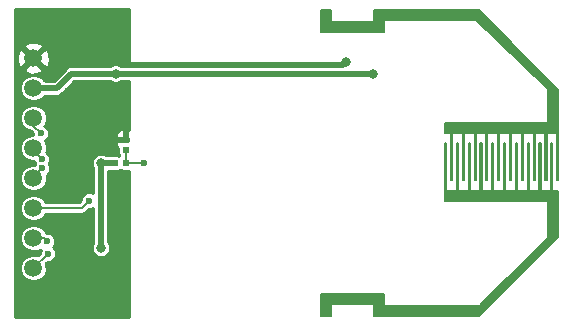
<source format=gbr>
G04 #@! TF.GenerationSoftware,KiCad,Pcbnew,5.0.0-fee4fd1~66~ubuntu16.04.1*
G04 #@! TF.CreationDate,2018-09-16T20:12:26+02:00*
G04 #@! TF.ProjectId,sensof_ht,73656E736F665F68742E6B696361645F,01*
G04 #@! TF.SameCoordinates,Original*
G04 #@! TF.FileFunction,Copper,L2,Bot,Signal*
G04 #@! TF.FilePolarity,Positive*
%FSLAX46Y46*%
G04 Gerber Fmt 4.6, Leading zero omitted, Abs format (unit mm)*
G04 Created by KiCad (PCBNEW 5.0.0-fee4fd1~66~ubuntu16.04.1) date Sun Sep 16 20:12:26 2018*
%MOMM*%
%LPD*%
G01*
G04 APERTURE LIST*
G04 #@! TA.AperFunction,SMDPad,CuDef*
%ADD10R,0.500000X0.500000*%
G04 #@! TD*
G04 #@! TA.AperFunction,BGAPad,CuDef*
%ADD11C,1.500000*%
G04 #@! TD*
G04 #@! TA.AperFunction,ViaPad*
%ADD12C,0.600000*%
G04 #@! TD*
G04 #@! TA.AperFunction,ViaPad*
%ADD13C,0.800000*%
G04 #@! TD*
G04 #@! TA.AperFunction,Conductor*
%ADD14C,0.500000*%
G04 #@! TD*
G04 #@! TA.AperFunction,Conductor*
%ADD15C,0.199900*%
G04 #@! TD*
G04 #@! TA.AperFunction,Conductor*
%ADD16C,0.200000*%
G04 #@! TD*
G04 #@! TA.AperFunction,Conductor*
%ADD17C,0.254000*%
G04 #@! TD*
G04 #@! TA.AperFunction,Conductor*
%ADD18C,0.152400*%
G04 #@! TD*
G04 APERTURE END LIST*
D10*
G04 #@! TO.P,C1,1*
G04 #@! TO.N,GND*
X133845000Y-90460000D03*
G04 #@! TO.P,C1,2*
G04 #@! TO.N,Net-(C1-Pad2)*
X133845000Y-91380000D03*
G04 #@! TD*
G04 #@! TO.P,L1,1*
G04 #@! TO.N,VDD*
X132935000Y-92445000D03*
G04 #@! TO.P,L1,2*
G04 #@! TO.N,Net-(C1-Pad2)*
X133855000Y-92445000D03*
G04 #@! TD*
D11*
G04 #@! TO.P,TP1,1*
G04 #@! TO.N,VDD*
X126000000Y-86100000D03*
G04 #@! TD*
G04 #@! TO.P,TP2,1*
G04 #@! TO.N,Net-(R2-Pad2)*
X126000000Y-101340000D03*
G04 #@! TD*
G04 #@! TO.P,TP3,1*
G04 #@! TO.N,Net-(R1-Pad2)*
X126000000Y-98800000D03*
G04 #@! TD*
G04 #@! TO.P,TP4,1*
G04 #@! TO.N,Net-(TP4-Pad1)*
X126000000Y-96260000D03*
G04 #@! TD*
G04 #@! TO.P,TP5,1*
G04 #@! TO.N,Net-(TP5-Pad1)*
X126000000Y-93720000D03*
G04 #@! TD*
G04 #@! TO.P,TP6,1*
G04 #@! TO.N,Net-(TP6-Pad1)*
X126000000Y-91180000D03*
G04 #@! TD*
G04 #@! TO.P,TP7,1*
G04 #@! TO.N,Net-(TP7-Pad1)*
X126000000Y-88640000D03*
G04 #@! TD*
G04 #@! TO.P,TP8,1*
G04 #@! TO.N,GND*
X126000000Y-83560000D03*
G04 #@! TD*
D12*
G04 #@! TO.N,GND*
X133720000Y-99120000D03*
X133720000Y-105120000D03*
X133720000Y-102120000D03*
X127220000Y-101120000D03*
X124750000Y-105250000D03*
X127500000Y-103500000D03*
X127470000Y-105370000D03*
X127720000Y-98370000D03*
X130720000Y-98370000D03*
X129720000Y-95370000D03*
X130220000Y-92370000D03*
X127220000Y-87880000D03*
X130720000Y-89370000D03*
X128970000Y-86370000D03*
X133220000Y-87870000D03*
X133220000Y-85870000D03*
D13*
X152470000Y-83870000D03*
X133470000Y-83620000D03*
D12*
X130470000Y-83120000D03*
X127470000Y-83120000D03*
X127470000Y-80120000D03*
X133470000Y-80120000D03*
X130470000Y-80120000D03*
X127040000Y-85310000D03*
X124970000Y-80120000D03*
X124750000Y-84750000D03*
X128720000Y-84120000D03*
X124750000Y-87290000D03*
X124750000Y-89830000D03*
X124750000Y-92370000D03*
X124750000Y-94910000D03*
X124750000Y-97450000D03*
X124750000Y-82210000D03*
X124750000Y-102530000D03*
X124750000Y-99990000D03*
D13*
G04 #@! TO.N,VDD*
X131720000Y-99620000D03*
X131720000Y-92445000D03*
X154720000Y-84870000D03*
X132970000Y-84870000D03*
G04 #@! TO.N,Net-(C1-Pad2)*
X150780000Y-79950000D03*
X150780000Y-104950000D03*
D12*
X135395090Y-92460020D03*
G04 #@! TO.N,Net-(R1-Pad2)*
X127170000Y-99070000D03*
G04 #@! TO.N,Net-(R2-Pad2)*
X127220000Y-100120000D03*
G04 #@! TO.N,Net-(TP4-Pad1)*
X130720000Y-95620000D03*
G04 #@! TO.N,Net-(TP5-Pad1)*
X126760000Y-92890000D03*
G04 #@! TO.N,Net-(TP6-Pad1)*
X126700000Y-92090000D03*
G04 #@! TO.N,Net-(TP7-Pad1)*
X126630000Y-89920000D03*
G04 #@! TD*
D14*
G04 #@! TO.N,GND*
X152470000Y-83870000D02*
X152220000Y-84120000D01*
X152220000Y-84120000D02*
X133970000Y-84120000D01*
X133970000Y-84120000D02*
X133470000Y-83620000D01*
G04 #@! TO.N,VDD*
X131720000Y-92445000D02*
X131720000Y-99620000D01*
X132935000Y-92445000D02*
X131720000Y-92445000D01*
X132970000Y-84870000D02*
X129220000Y-84870000D01*
X132970000Y-84870000D02*
X154720000Y-84870000D01*
X127990000Y-86100000D02*
X126000000Y-86100000D01*
X129220000Y-84870000D02*
X127990000Y-86100000D01*
D15*
G04 #@! TO.N,Net-(C1-Pad2)*
X133859660Y-92448090D02*
X133859660Y-91415580D01*
X133859660Y-91415580D02*
X133849500Y-91405420D01*
X135395090Y-92460020D02*
X135383150Y-92448090D01*
X135383150Y-92448090D02*
X133859660Y-92448090D01*
D16*
G04 #@! TO.N,Net-(R1-Pad2)*
X126000000Y-98800000D02*
X126900000Y-98800000D01*
X126900000Y-98800000D02*
X127170000Y-99070000D01*
G04 #@! TO.N,Net-(R2-Pad2)*
X125970000Y-101620000D02*
X125720000Y-101620000D01*
X126000000Y-101340000D02*
X127220000Y-100120000D01*
G04 #@! TO.N,Net-(TP4-Pad1)*
X130080000Y-96260000D02*
X130720000Y-95620000D01*
X126000000Y-96260000D02*
X130080000Y-96260000D01*
G04 #@! TO.N,Net-(TP5-Pad1)*
X125720000Y-94120000D02*
X125720000Y-93620000D01*
X126000000Y-93650000D02*
X126760000Y-92890000D01*
X126000000Y-93720000D02*
X126000000Y-93650000D01*
G04 #@! TO.N,Net-(TP6-Pad1)*
X126000000Y-91390000D02*
X126700000Y-92090000D01*
X126000000Y-91180000D02*
X126000000Y-91390000D01*
G04 #@! TO.N,Net-(TP7-Pad1)*
X126000000Y-89290000D02*
X126630000Y-89920000D01*
X126000000Y-88640000D02*
X126000000Y-89290000D01*
G04 #@! TD*
D17*
G04 #@! TO.N,GND*
G36*
X134093000Y-84233000D02*
X133445986Y-84233000D01*
X133415800Y-84202814D01*
X133126544Y-84083000D01*
X132813456Y-84083000D01*
X132524200Y-84202814D01*
X132494014Y-84233000D01*
X129282736Y-84233000D01*
X129220000Y-84220521D01*
X129157264Y-84233000D01*
X128971455Y-84269960D01*
X128760749Y-84410749D01*
X128725212Y-84463934D01*
X127726147Y-85463000D01*
X126966826Y-85463000D01*
X126963902Y-85455941D01*
X126644059Y-85136098D01*
X126226163Y-84963000D01*
X125773837Y-84963000D01*
X125355941Y-85136098D01*
X125036098Y-85455941D01*
X124863000Y-85873837D01*
X124863000Y-86326163D01*
X125036098Y-86744059D01*
X125355941Y-87063902D01*
X125773837Y-87237000D01*
X126226163Y-87237000D01*
X126644059Y-87063902D01*
X126963902Y-86744059D01*
X126966826Y-86737000D01*
X127927268Y-86737000D01*
X127990000Y-86749478D01*
X128052732Y-86737000D01*
X128052736Y-86737000D01*
X128238545Y-86700040D01*
X128449251Y-86559251D01*
X128484790Y-86506063D01*
X129483854Y-85507000D01*
X132494014Y-85507000D01*
X132524200Y-85537186D01*
X132813456Y-85657000D01*
X133126544Y-85657000D01*
X133415800Y-85537186D01*
X133445986Y-85507000D01*
X134093000Y-85507000D01*
X134093000Y-89610750D01*
X133970000Y-89733750D01*
X133970000Y-90335000D01*
X133992000Y-90335000D01*
X133992000Y-90585000D01*
X133970000Y-90585000D01*
X133970000Y-90607000D01*
X133720000Y-90607000D01*
X133720000Y-90585000D01*
X133118750Y-90585000D01*
X132960000Y-90743750D01*
X132960000Y-90836309D01*
X133056673Y-91069698D01*
X133200419Y-91213445D01*
X133200419Y-91630000D01*
X133230455Y-91781000D01*
X133252387Y-91813823D01*
X133185000Y-91800419D01*
X132685000Y-91800419D01*
X132646888Y-91808000D01*
X132195986Y-91808000D01*
X132165800Y-91777814D01*
X131876544Y-91658000D01*
X131563456Y-91658000D01*
X131274200Y-91777814D01*
X131052814Y-91999200D01*
X130933000Y-92288456D01*
X130933000Y-92601544D01*
X131052814Y-92890800D01*
X131083000Y-92920986D01*
X131083000Y-95026757D01*
X130856653Y-94933000D01*
X130583347Y-94933000D01*
X130330846Y-95037590D01*
X130137590Y-95230846D01*
X130033000Y-95483347D01*
X130033000Y-95618279D01*
X129878279Y-95773000D01*
X127028958Y-95773000D01*
X126963902Y-95615941D01*
X126644059Y-95296098D01*
X126226163Y-95123000D01*
X125773837Y-95123000D01*
X125355941Y-95296098D01*
X125036098Y-95615941D01*
X124863000Y-96033837D01*
X124863000Y-96486163D01*
X125036098Y-96904059D01*
X125355941Y-97223902D01*
X125773837Y-97397000D01*
X126226163Y-97397000D01*
X126644059Y-97223902D01*
X126963902Y-96904059D01*
X127028958Y-96747000D01*
X130032040Y-96747000D01*
X130080000Y-96756540D01*
X130127960Y-96747000D01*
X130127961Y-96747000D01*
X130270018Y-96718743D01*
X130431107Y-96611107D01*
X130458277Y-96570444D01*
X130721721Y-96307000D01*
X130856653Y-96307000D01*
X131083001Y-96213243D01*
X131083001Y-99144013D01*
X131052814Y-99174200D01*
X130933000Y-99463456D01*
X130933000Y-99776544D01*
X131052814Y-100065800D01*
X131274200Y-100287186D01*
X131563456Y-100407000D01*
X131876544Y-100407000D01*
X132165800Y-100287186D01*
X132387186Y-100065800D01*
X132507000Y-99776544D01*
X132507000Y-99463456D01*
X132387186Y-99174200D01*
X132357000Y-99144014D01*
X132357000Y-93082000D01*
X132646888Y-93082000D01*
X132685000Y-93089581D01*
X133185000Y-93089581D01*
X133336000Y-93059545D01*
X133395000Y-93020123D01*
X133454000Y-93059545D01*
X133605000Y-93089581D01*
X134093000Y-93089581D01*
X134093000Y-105488000D01*
X124462000Y-105488000D01*
X124462000Y-98573837D01*
X124863000Y-98573837D01*
X124863000Y-99026163D01*
X125036098Y-99444059D01*
X125355941Y-99763902D01*
X125773837Y-99937000D01*
X126226163Y-99937000D01*
X126619722Y-99773983D01*
X126533000Y-99983347D01*
X126533000Y-100118278D01*
X126383222Y-100268056D01*
X126226163Y-100203000D01*
X125773837Y-100203000D01*
X125355941Y-100376098D01*
X125036098Y-100695941D01*
X124863000Y-101113837D01*
X124863000Y-101566163D01*
X125036098Y-101984059D01*
X125355941Y-102303902D01*
X125773837Y-102477000D01*
X126226163Y-102477000D01*
X126644059Y-102303902D01*
X126963902Y-101984059D01*
X127137000Y-101566163D01*
X127137000Y-101113837D01*
X127071944Y-100956778D01*
X127221722Y-100807000D01*
X127356653Y-100807000D01*
X127609154Y-100702410D01*
X127802410Y-100509154D01*
X127907000Y-100256653D01*
X127907000Y-99983347D01*
X127802410Y-99730846D01*
X127641564Y-99570000D01*
X127752410Y-99459154D01*
X127857000Y-99206653D01*
X127857000Y-98933347D01*
X127752410Y-98680846D01*
X127559154Y-98487590D01*
X127306653Y-98383000D01*
X127152491Y-98383000D01*
X127090018Y-98341257D01*
X127036231Y-98330558D01*
X126963902Y-98155941D01*
X126644059Y-97836098D01*
X126226163Y-97663000D01*
X125773837Y-97663000D01*
X125355941Y-97836098D01*
X125036098Y-98155941D01*
X124863000Y-98573837D01*
X124462000Y-98573837D01*
X124462000Y-88413837D01*
X124863000Y-88413837D01*
X124863000Y-88866163D01*
X125036098Y-89284059D01*
X125355941Y-89603902D01*
X125773837Y-89777000D01*
X125798279Y-89777000D01*
X125943000Y-89921721D01*
X125943000Y-90043000D01*
X125773837Y-90043000D01*
X125355941Y-90216098D01*
X125036098Y-90535941D01*
X124863000Y-90953837D01*
X124863000Y-91406163D01*
X125036098Y-91824059D01*
X125355941Y-92143902D01*
X125773837Y-92317000D01*
X126050423Y-92317000D01*
X126117590Y-92479154D01*
X126166370Y-92527934D01*
X126143560Y-92583000D01*
X125773837Y-92583000D01*
X125355941Y-92756098D01*
X125036098Y-93075941D01*
X124863000Y-93493837D01*
X124863000Y-93946163D01*
X125036098Y-94364059D01*
X125355941Y-94683902D01*
X125773837Y-94857000D01*
X126226163Y-94857000D01*
X126644059Y-94683902D01*
X126963902Y-94364059D01*
X127137000Y-93946163D01*
X127137000Y-93493837D01*
X127131204Y-93479845D01*
X127149154Y-93472410D01*
X127342410Y-93279154D01*
X127447000Y-93026653D01*
X127447000Y-92753347D01*
X127342410Y-92500846D01*
X127293630Y-92452066D01*
X127387000Y-92226653D01*
X127387000Y-91953347D01*
X127282410Y-91700846D01*
X127093279Y-91511715D01*
X127137000Y-91406163D01*
X127137000Y-90953837D01*
X126963902Y-90535941D01*
X126956375Y-90528414D01*
X127019154Y-90502410D01*
X127212410Y-90309154D01*
X127305800Y-90083691D01*
X132960000Y-90083691D01*
X132960000Y-90176250D01*
X133118750Y-90335000D01*
X133720000Y-90335000D01*
X133720000Y-89733750D01*
X133561250Y-89575000D01*
X133468690Y-89575000D01*
X133235301Y-89671673D01*
X133056673Y-89850302D01*
X132960000Y-90083691D01*
X127305800Y-90083691D01*
X127317000Y-90056653D01*
X127317000Y-89783347D01*
X127212410Y-89530846D01*
X127019154Y-89337590D01*
X126942233Y-89305728D01*
X126963902Y-89284059D01*
X127137000Y-88866163D01*
X127137000Y-88413837D01*
X126963902Y-87995941D01*
X126644059Y-87676098D01*
X126226163Y-87503000D01*
X125773837Y-87503000D01*
X125355941Y-87676098D01*
X125036098Y-87995941D01*
X124863000Y-88413837D01*
X124462000Y-88413837D01*
X124462000Y-84531517D01*
X125208088Y-84531517D01*
X125276077Y-84772460D01*
X125795171Y-84957201D01*
X126345448Y-84929230D01*
X126723923Y-84772460D01*
X126791912Y-84531517D01*
X126000000Y-83739605D01*
X125208088Y-84531517D01*
X124462000Y-84531517D01*
X124462000Y-83355171D01*
X124602799Y-83355171D01*
X124630770Y-83905448D01*
X124787540Y-84283923D01*
X125028483Y-84351912D01*
X125820395Y-83560000D01*
X126179605Y-83560000D01*
X126971517Y-84351912D01*
X127212460Y-84283923D01*
X127397201Y-83764829D01*
X127369230Y-83214552D01*
X127212460Y-82836077D01*
X126971517Y-82768088D01*
X126179605Y-83560000D01*
X125820395Y-83560000D01*
X125028483Y-82768088D01*
X124787540Y-82836077D01*
X124602799Y-83355171D01*
X124462000Y-83355171D01*
X124462000Y-82588483D01*
X125208088Y-82588483D01*
X126000000Y-83380395D01*
X126791912Y-82588483D01*
X126723923Y-82347540D01*
X126204829Y-82162799D01*
X125654552Y-82190770D01*
X125276077Y-82347540D01*
X125208088Y-82588483D01*
X124462000Y-82588483D01*
X124462000Y-79412000D01*
X134093000Y-79412000D01*
X134093000Y-84233000D01*
X134093000Y-84233000D01*
G37*
X134093000Y-84233000D02*
X133445986Y-84233000D01*
X133415800Y-84202814D01*
X133126544Y-84083000D01*
X132813456Y-84083000D01*
X132524200Y-84202814D01*
X132494014Y-84233000D01*
X129282736Y-84233000D01*
X129220000Y-84220521D01*
X129157264Y-84233000D01*
X128971455Y-84269960D01*
X128760749Y-84410749D01*
X128725212Y-84463934D01*
X127726147Y-85463000D01*
X126966826Y-85463000D01*
X126963902Y-85455941D01*
X126644059Y-85136098D01*
X126226163Y-84963000D01*
X125773837Y-84963000D01*
X125355941Y-85136098D01*
X125036098Y-85455941D01*
X124863000Y-85873837D01*
X124863000Y-86326163D01*
X125036098Y-86744059D01*
X125355941Y-87063902D01*
X125773837Y-87237000D01*
X126226163Y-87237000D01*
X126644059Y-87063902D01*
X126963902Y-86744059D01*
X126966826Y-86737000D01*
X127927268Y-86737000D01*
X127990000Y-86749478D01*
X128052732Y-86737000D01*
X128052736Y-86737000D01*
X128238545Y-86700040D01*
X128449251Y-86559251D01*
X128484790Y-86506063D01*
X129483854Y-85507000D01*
X132494014Y-85507000D01*
X132524200Y-85537186D01*
X132813456Y-85657000D01*
X133126544Y-85657000D01*
X133415800Y-85537186D01*
X133445986Y-85507000D01*
X134093000Y-85507000D01*
X134093000Y-89610750D01*
X133970000Y-89733750D01*
X133970000Y-90335000D01*
X133992000Y-90335000D01*
X133992000Y-90585000D01*
X133970000Y-90585000D01*
X133970000Y-90607000D01*
X133720000Y-90607000D01*
X133720000Y-90585000D01*
X133118750Y-90585000D01*
X132960000Y-90743750D01*
X132960000Y-90836309D01*
X133056673Y-91069698D01*
X133200419Y-91213445D01*
X133200419Y-91630000D01*
X133230455Y-91781000D01*
X133252387Y-91813823D01*
X133185000Y-91800419D01*
X132685000Y-91800419D01*
X132646888Y-91808000D01*
X132195986Y-91808000D01*
X132165800Y-91777814D01*
X131876544Y-91658000D01*
X131563456Y-91658000D01*
X131274200Y-91777814D01*
X131052814Y-91999200D01*
X130933000Y-92288456D01*
X130933000Y-92601544D01*
X131052814Y-92890800D01*
X131083000Y-92920986D01*
X131083000Y-95026757D01*
X130856653Y-94933000D01*
X130583347Y-94933000D01*
X130330846Y-95037590D01*
X130137590Y-95230846D01*
X130033000Y-95483347D01*
X130033000Y-95618279D01*
X129878279Y-95773000D01*
X127028958Y-95773000D01*
X126963902Y-95615941D01*
X126644059Y-95296098D01*
X126226163Y-95123000D01*
X125773837Y-95123000D01*
X125355941Y-95296098D01*
X125036098Y-95615941D01*
X124863000Y-96033837D01*
X124863000Y-96486163D01*
X125036098Y-96904059D01*
X125355941Y-97223902D01*
X125773837Y-97397000D01*
X126226163Y-97397000D01*
X126644059Y-97223902D01*
X126963902Y-96904059D01*
X127028958Y-96747000D01*
X130032040Y-96747000D01*
X130080000Y-96756540D01*
X130127960Y-96747000D01*
X130127961Y-96747000D01*
X130270018Y-96718743D01*
X130431107Y-96611107D01*
X130458277Y-96570444D01*
X130721721Y-96307000D01*
X130856653Y-96307000D01*
X131083001Y-96213243D01*
X131083001Y-99144013D01*
X131052814Y-99174200D01*
X130933000Y-99463456D01*
X130933000Y-99776544D01*
X131052814Y-100065800D01*
X131274200Y-100287186D01*
X131563456Y-100407000D01*
X131876544Y-100407000D01*
X132165800Y-100287186D01*
X132387186Y-100065800D01*
X132507000Y-99776544D01*
X132507000Y-99463456D01*
X132387186Y-99174200D01*
X132357000Y-99144014D01*
X132357000Y-93082000D01*
X132646888Y-93082000D01*
X132685000Y-93089581D01*
X133185000Y-93089581D01*
X133336000Y-93059545D01*
X133395000Y-93020123D01*
X133454000Y-93059545D01*
X133605000Y-93089581D01*
X134093000Y-93089581D01*
X134093000Y-105488000D01*
X124462000Y-105488000D01*
X124462000Y-98573837D01*
X124863000Y-98573837D01*
X124863000Y-99026163D01*
X125036098Y-99444059D01*
X125355941Y-99763902D01*
X125773837Y-99937000D01*
X126226163Y-99937000D01*
X126619722Y-99773983D01*
X126533000Y-99983347D01*
X126533000Y-100118278D01*
X126383222Y-100268056D01*
X126226163Y-100203000D01*
X125773837Y-100203000D01*
X125355941Y-100376098D01*
X125036098Y-100695941D01*
X124863000Y-101113837D01*
X124863000Y-101566163D01*
X125036098Y-101984059D01*
X125355941Y-102303902D01*
X125773837Y-102477000D01*
X126226163Y-102477000D01*
X126644059Y-102303902D01*
X126963902Y-101984059D01*
X127137000Y-101566163D01*
X127137000Y-101113837D01*
X127071944Y-100956778D01*
X127221722Y-100807000D01*
X127356653Y-100807000D01*
X127609154Y-100702410D01*
X127802410Y-100509154D01*
X127907000Y-100256653D01*
X127907000Y-99983347D01*
X127802410Y-99730846D01*
X127641564Y-99570000D01*
X127752410Y-99459154D01*
X127857000Y-99206653D01*
X127857000Y-98933347D01*
X127752410Y-98680846D01*
X127559154Y-98487590D01*
X127306653Y-98383000D01*
X127152491Y-98383000D01*
X127090018Y-98341257D01*
X127036231Y-98330558D01*
X126963902Y-98155941D01*
X126644059Y-97836098D01*
X126226163Y-97663000D01*
X125773837Y-97663000D01*
X125355941Y-97836098D01*
X125036098Y-98155941D01*
X124863000Y-98573837D01*
X124462000Y-98573837D01*
X124462000Y-88413837D01*
X124863000Y-88413837D01*
X124863000Y-88866163D01*
X125036098Y-89284059D01*
X125355941Y-89603902D01*
X125773837Y-89777000D01*
X125798279Y-89777000D01*
X125943000Y-89921721D01*
X125943000Y-90043000D01*
X125773837Y-90043000D01*
X125355941Y-90216098D01*
X125036098Y-90535941D01*
X124863000Y-90953837D01*
X124863000Y-91406163D01*
X125036098Y-91824059D01*
X125355941Y-92143902D01*
X125773837Y-92317000D01*
X126050423Y-92317000D01*
X126117590Y-92479154D01*
X126166370Y-92527934D01*
X126143560Y-92583000D01*
X125773837Y-92583000D01*
X125355941Y-92756098D01*
X125036098Y-93075941D01*
X124863000Y-93493837D01*
X124863000Y-93946163D01*
X125036098Y-94364059D01*
X125355941Y-94683902D01*
X125773837Y-94857000D01*
X126226163Y-94857000D01*
X126644059Y-94683902D01*
X126963902Y-94364059D01*
X127137000Y-93946163D01*
X127137000Y-93493837D01*
X127131204Y-93479845D01*
X127149154Y-93472410D01*
X127342410Y-93279154D01*
X127447000Y-93026653D01*
X127447000Y-92753347D01*
X127342410Y-92500846D01*
X127293630Y-92452066D01*
X127387000Y-92226653D01*
X127387000Y-91953347D01*
X127282410Y-91700846D01*
X127093279Y-91511715D01*
X127137000Y-91406163D01*
X127137000Y-90953837D01*
X126963902Y-90535941D01*
X126956375Y-90528414D01*
X127019154Y-90502410D01*
X127212410Y-90309154D01*
X127305800Y-90083691D01*
X132960000Y-90083691D01*
X132960000Y-90176250D01*
X133118750Y-90335000D01*
X133720000Y-90335000D01*
X133720000Y-89733750D01*
X133561250Y-89575000D01*
X133468690Y-89575000D01*
X133235301Y-89671673D01*
X133056673Y-89850302D01*
X132960000Y-90083691D01*
X127305800Y-90083691D01*
X127317000Y-90056653D01*
X127317000Y-89783347D01*
X127212410Y-89530846D01*
X127019154Y-89337590D01*
X126942233Y-89305728D01*
X126963902Y-89284059D01*
X127137000Y-88866163D01*
X127137000Y-88413837D01*
X126963902Y-87995941D01*
X126644059Y-87676098D01*
X126226163Y-87503000D01*
X125773837Y-87503000D01*
X125355941Y-87676098D01*
X125036098Y-87995941D01*
X124863000Y-88413837D01*
X124462000Y-88413837D01*
X124462000Y-84531517D01*
X125208088Y-84531517D01*
X125276077Y-84772460D01*
X125795171Y-84957201D01*
X126345448Y-84929230D01*
X126723923Y-84772460D01*
X126791912Y-84531517D01*
X126000000Y-83739605D01*
X125208088Y-84531517D01*
X124462000Y-84531517D01*
X124462000Y-83355171D01*
X124602799Y-83355171D01*
X124630770Y-83905448D01*
X124787540Y-84283923D01*
X125028483Y-84351912D01*
X125820395Y-83560000D01*
X126179605Y-83560000D01*
X126971517Y-84351912D01*
X127212460Y-84283923D01*
X127397201Y-83764829D01*
X127369230Y-83214552D01*
X127212460Y-82836077D01*
X126971517Y-82768088D01*
X126179605Y-83560000D01*
X125820395Y-83560000D01*
X125028483Y-82768088D01*
X124787540Y-82836077D01*
X124602799Y-83355171D01*
X124462000Y-83355171D01*
X124462000Y-82588483D01*
X125208088Y-82588483D01*
X126000000Y-83380395D01*
X126791912Y-82588483D01*
X126723923Y-82347540D01*
X126204829Y-82162799D01*
X125654552Y-82190770D01*
X125276077Y-82347540D01*
X125208088Y-82588483D01*
X124462000Y-82588483D01*
X124462000Y-79412000D01*
X134093000Y-79412000D01*
X134093000Y-84233000D01*
D18*
G04 #@! TO.N,Net-(C1-Pad2)*
G36*
X151203800Y-80450000D02*
X151209600Y-80479160D01*
X151226118Y-80503882D01*
X151250840Y-80520400D01*
X151280000Y-80526200D01*
X154780000Y-80526200D01*
X154809160Y-80520400D01*
X154833882Y-80503882D01*
X154850400Y-80479160D01*
X154856200Y-80450000D01*
X154856200Y-79526200D01*
X163748272Y-79526200D01*
X170453800Y-86281398D01*
X170453800Y-93873800D01*
X170356200Y-93873800D01*
X170356200Y-89950000D01*
X170350400Y-89920840D01*
X170333882Y-89896118D01*
X170309160Y-89879600D01*
X170280000Y-89873800D01*
X169530000Y-89873800D01*
X169500840Y-89879600D01*
X169476118Y-89896118D01*
X169459600Y-89920840D01*
X169453800Y-89950000D01*
X169453800Y-93873800D01*
X169356200Y-93873800D01*
X169356200Y-89950000D01*
X169350400Y-89920840D01*
X169333882Y-89896118D01*
X169309160Y-89879600D01*
X169280000Y-89873800D01*
X168530000Y-89873800D01*
X168500840Y-89879600D01*
X168476118Y-89896118D01*
X168459600Y-89920840D01*
X168453800Y-89950000D01*
X168453800Y-93873800D01*
X168356200Y-93873800D01*
X168356200Y-89950000D01*
X168350400Y-89920840D01*
X168333882Y-89896118D01*
X168309160Y-89879600D01*
X168280000Y-89873800D01*
X167530000Y-89873800D01*
X167500840Y-89879600D01*
X167476118Y-89896118D01*
X167459600Y-89920840D01*
X167453800Y-89950000D01*
X167453800Y-93873800D01*
X167356200Y-93873800D01*
X167356200Y-89950000D01*
X167350400Y-89920840D01*
X167333882Y-89896118D01*
X167309160Y-89879600D01*
X167280000Y-89873800D01*
X166530000Y-89873800D01*
X166500840Y-89879600D01*
X166476118Y-89896118D01*
X166459600Y-89920840D01*
X166453800Y-89950000D01*
X166453800Y-93873800D01*
X166356200Y-93873800D01*
X166356200Y-89950000D01*
X166350400Y-89920840D01*
X166333882Y-89896118D01*
X166309160Y-89879600D01*
X166280000Y-89873800D01*
X165530000Y-89873800D01*
X165500840Y-89879600D01*
X165476118Y-89896118D01*
X165459600Y-89920840D01*
X165453800Y-89950000D01*
X165453800Y-93873800D01*
X165356200Y-93873800D01*
X165356200Y-89950000D01*
X165350400Y-89920840D01*
X165333882Y-89896118D01*
X165309160Y-89879600D01*
X165280000Y-89873800D01*
X164530000Y-89873800D01*
X164500840Y-89879600D01*
X164476118Y-89896118D01*
X164459600Y-89920840D01*
X164453800Y-89950000D01*
X164453800Y-93873800D01*
X164356200Y-93873800D01*
X164356200Y-89950000D01*
X164350400Y-89920840D01*
X164333882Y-89896118D01*
X164309160Y-89879600D01*
X164280000Y-89873800D01*
X163530000Y-89873800D01*
X163500840Y-89879600D01*
X163476118Y-89896118D01*
X163459600Y-89920840D01*
X163453800Y-89950000D01*
X163453800Y-93873800D01*
X163356200Y-93873800D01*
X163356200Y-89950000D01*
X163350400Y-89920840D01*
X163333882Y-89896118D01*
X163309160Y-89879600D01*
X163280000Y-89873800D01*
X162530000Y-89873800D01*
X162500840Y-89879600D01*
X162476118Y-89896118D01*
X162459600Y-89920840D01*
X162453800Y-89950000D01*
X162453800Y-93873800D01*
X162356200Y-93873800D01*
X162356200Y-89950000D01*
X162350400Y-89920840D01*
X162333882Y-89896118D01*
X162309160Y-89879600D01*
X162280000Y-89873800D01*
X161530000Y-89873800D01*
X161500840Y-89879600D01*
X161476118Y-89896118D01*
X161459600Y-89920840D01*
X161453800Y-89950000D01*
X161453800Y-93873800D01*
X161356200Y-93873800D01*
X161356200Y-89950000D01*
X161350400Y-89920840D01*
X161333882Y-89896118D01*
X161309160Y-89879600D01*
X161280000Y-89873800D01*
X160856200Y-89873800D01*
X160856200Y-89026200D01*
X169530000Y-89026200D01*
X169559160Y-89020400D01*
X169583882Y-89003882D01*
X169600400Y-88979160D01*
X169606200Y-88950000D01*
X169606200Y-86250000D01*
X169600400Y-86220840D01*
X169582961Y-86195213D01*
X163582961Y-80395213D01*
X163557963Y-80379116D01*
X163530000Y-80373800D01*
X155780000Y-80373800D01*
X155750840Y-80379600D01*
X155726118Y-80396118D01*
X155709600Y-80420840D01*
X155703800Y-80450000D01*
X155703800Y-81373800D01*
X150356200Y-81373800D01*
X150356200Y-79526200D01*
X151203800Y-79526200D01*
X151203800Y-80450000D01*
X151203800Y-80450000D01*
G37*
X151203800Y-80450000D02*
X151209600Y-80479160D01*
X151226118Y-80503882D01*
X151250840Y-80520400D01*
X151280000Y-80526200D01*
X154780000Y-80526200D01*
X154809160Y-80520400D01*
X154833882Y-80503882D01*
X154850400Y-80479160D01*
X154856200Y-80450000D01*
X154856200Y-79526200D01*
X163748272Y-79526200D01*
X170453800Y-86281398D01*
X170453800Y-93873800D01*
X170356200Y-93873800D01*
X170356200Y-89950000D01*
X170350400Y-89920840D01*
X170333882Y-89896118D01*
X170309160Y-89879600D01*
X170280000Y-89873800D01*
X169530000Y-89873800D01*
X169500840Y-89879600D01*
X169476118Y-89896118D01*
X169459600Y-89920840D01*
X169453800Y-89950000D01*
X169453800Y-93873800D01*
X169356200Y-93873800D01*
X169356200Y-89950000D01*
X169350400Y-89920840D01*
X169333882Y-89896118D01*
X169309160Y-89879600D01*
X169280000Y-89873800D01*
X168530000Y-89873800D01*
X168500840Y-89879600D01*
X168476118Y-89896118D01*
X168459600Y-89920840D01*
X168453800Y-89950000D01*
X168453800Y-93873800D01*
X168356200Y-93873800D01*
X168356200Y-89950000D01*
X168350400Y-89920840D01*
X168333882Y-89896118D01*
X168309160Y-89879600D01*
X168280000Y-89873800D01*
X167530000Y-89873800D01*
X167500840Y-89879600D01*
X167476118Y-89896118D01*
X167459600Y-89920840D01*
X167453800Y-89950000D01*
X167453800Y-93873800D01*
X167356200Y-93873800D01*
X167356200Y-89950000D01*
X167350400Y-89920840D01*
X167333882Y-89896118D01*
X167309160Y-89879600D01*
X167280000Y-89873800D01*
X166530000Y-89873800D01*
X166500840Y-89879600D01*
X166476118Y-89896118D01*
X166459600Y-89920840D01*
X166453800Y-89950000D01*
X166453800Y-93873800D01*
X166356200Y-93873800D01*
X166356200Y-89950000D01*
X166350400Y-89920840D01*
X166333882Y-89896118D01*
X166309160Y-89879600D01*
X166280000Y-89873800D01*
X165530000Y-89873800D01*
X165500840Y-89879600D01*
X165476118Y-89896118D01*
X165459600Y-89920840D01*
X165453800Y-89950000D01*
X165453800Y-93873800D01*
X165356200Y-93873800D01*
X165356200Y-89950000D01*
X165350400Y-89920840D01*
X165333882Y-89896118D01*
X165309160Y-89879600D01*
X165280000Y-89873800D01*
X164530000Y-89873800D01*
X164500840Y-89879600D01*
X164476118Y-89896118D01*
X164459600Y-89920840D01*
X164453800Y-89950000D01*
X164453800Y-93873800D01*
X164356200Y-93873800D01*
X164356200Y-89950000D01*
X164350400Y-89920840D01*
X164333882Y-89896118D01*
X164309160Y-89879600D01*
X164280000Y-89873800D01*
X163530000Y-89873800D01*
X163500840Y-89879600D01*
X163476118Y-89896118D01*
X163459600Y-89920840D01*
X163453800Y-89950000D01*
X163453800Y-93873800D01*
X163356200Y-93873800D01*
X163356200Y-89950000D01*
X163350400Y-89920840D01*
X163333882Y-89896118D01*
X163309160Y-89879600D01*
X163280000Y-89873800D01*
X162530000Y-89873800D01*
X162500840Y-89879600D01*
X162476118Y-89896118D01*
X162459600Y-89920840D01*
X162453800Y-89950000D01*
X162453800Y-93873800D01*
X162356200Y-93873800D01*
X162356200Y-89950000D01*
X162350400Y-89920840D01*
X162333882Y-89896118D01*
X162309160Y-89879600D01*
X162280000Y-89873800D01*
X161530000Y-89873800D01*
X161500840Y-89879600D01*
X161476118Y-89896118D01*
X161459600Y-89920840D01*
X161453800Y-89950000D01*
X161453800Y-93873800D01*
X161356200Y-93873800D01*
X161356200Y-89950000D01*
X161350400Y-89920840D01*
X161333882Y-89896118D01*
X161309160Y-89879600D01*
X161280000Y-89873800D01*
X160856200Y-89873800D01*
X160856200Y-89026200D01*
X169530000Y-89026200D01*
X169559160Y-89020400D01*
X169583882Y-89003882D01*
X169600400Y-88979160D01*
X169606200Y-88950000D01*
X169606200Y-86250000D01*
X169600400Y-86220840D01*
X169582961Y-86195213D01*
X163582961Y-80395213D01*
X163557963Y-80379116D01*
X163530000Y-80373800D01*
X155780000Y-80373800D01*
X155750840Y-80379600D01*
X155726118Y-80396118D01*
X155709600Y-80420840D01*
X155703800Y-80450000D01*
X155703800Y-81373800D01*
X150356200Y-81373800D01*
X150356200Y-79526200D01*
X151203800Y-79526200D01*
X151203800Y-80450000D01*
G36*
X160953800Y-94700000D02*
X160959600Y-94729160D01*
X160976118Y-94753882D01*
X161000840Y-94770400D01*
X161030000Y-94776200D01*
X161780000Y-94776200D01*
X161809160Y-94770400D01*
X161833882Y-94753882D01*
X161850400Y-94729160D01*
X161856200Y-94700000D01*
X161856200Y-90776200D01*
X161953800Y-90776200D01*
X161953800Y-94700000D01*
X161959600Y-94729160D01*
X161976118Y-94753882D01*
X162000840Y-94770400D01*
X162030000Y-94776200D01*
X162780000Y-94776200D01*
X162809160Y-94770400D01*
X162833882Y-94753882D01*
X162850400Y-94729160D01*
X162856200Y-94700000D01*
X162856200Y-90776200D01*
X162953800Y-90776200D01*
X162953800Y-94700000D01*
X162959600Y-94729160D01*
X162976118Y-94753882D01*
X163000840Y-94770400D01*
X163030000Y-94776200D01*
X163780000Y-94776200D01*
X163809160Y-94770400D01*
X163833882Y-94753882D01*
X163850400Y-94729160D01*
X163856200Y-94700000D01*
X163856200Y-90776200D01*
X163953800Y-90776200D01*
X163953800Y-94700000D01*
X163959600Y-94729160D01*
X163976118Y-94753882D01*
X164000840Y-94770400D01*
X164030000Y-94776200D01*
X164780000Y-94776200D01*
X164809160Y-94770400D01*
X164833882Y-94753882D01*
X164850400Y-94729160D01*
X164856200Y-94700000D01*
X164856200Y-90776200D01*
X164953800Y-90776200D01*
X164953800Y-94700000D01*
X164959600Y-94729160D01*
X164976118Y-94753882D01*
X165000840Y-94770400D01*
X165030000Y-94776200D01*
X165780000Y-94776200D01*
X165809160Y-94770400D01*
X165833882Y-94753882D01*
X165850400Y-94729160D01*
X165856200Y-94700000D01*
X165856200Y-90776200D01*
X165953800Y-90776200D01*
X165953800Y-94700000D01*
X165959600Y-94729160D01*
X165976118Y-94753882D01*
X166000840Y-94770400D01*
X166030000Y-94776200D01*
X166780000Y-94776200D01*
X166809160Y-94770400D01*
X166833882Y-94753882D01*
X166850400Y-94729160D01*
X166856200Y-94700000D01*
X166856200Y-90776200D01*
X166953800Y-90776200D01*
X166953800Y-94700000D01*
X166959600Y-94729160D01*
X166976118Y-94753882D01*
X167000840Y-94770400D01*
X167030000Y-94776200D01*
X167780000Y-94776200D01*
X167809160Y-94770400D01*
X167833882Y-94753882D01*
X167850400Y-94729160D01*
X167856200Y-94700000D01*
X167856200Y-90776200D01*
X167953800Y-90776200D01*
X167953800Y-94700000D01*
X167959600Y-94729160D01*
X167976118Y-94753882D01*
X168000840Y-94770400D01*
X168030000Y-94776200D01*
X168780000Y-94776200D01*
X168809160Y-94770400D01*
X168833882Y-94753882D01*
X168850400Y-94729160D01*
X168856200Y-94700000D01*
X168856200Y-90776200D01*
X168953800Y-90776200D01*
X168953800Y-94700000D01*
X168959600Y-94729160D01*
X168976118Y-94753882D01*
X169000840Y-94770400D01*
X169030000Y-94776200D01*
X169780000Y-94776200D01*
X169809160Y-94770400D01*
X169833882Y-94753882D01*
X169850400Y-94729160D01*
X169856200Y-94700000D01*
X169856200Y-90776200D01*
X169953800Y-90776200D01*
X169953800Y-94700000D01*
X169959600Y-94729160D01*
X169976118Y-94753882D01*
X170000840Y-94770400D01*
X170030000Y-94776200D01*
X170453800Y-94776200D01*
X170453800Y-98668436D01*
X163748436Y-105373800D01*
X154856200Y-105373800D01*
X154856200Y-104450000D01*
X154850400Y-104420840D01*
X154833882Y-104396118D01*
X154809160Y-104379600D01*
X154780000Y-104373800D01*
X151280000Y-104373800D01*
X151250840Y-104379600D01*
X151226118Y-104396118D01*
X151209600Y-104420840D01*
X151203800Y-104450000D01*
X151203800Y-105373800D01*
X150356200Y-105373800D01*
X150356200Y-103526200D01*
X155703800Y-103526200D01*
X155703800Y-104450000D01*
X155709600Y-104479160D01*
X155726118Y-104503882D01*
X155750840Y-104520400D01*
X155780000Y-104526200D01*
X163780000Y-104526200D01*
X163809160Y-104520400D01*
X163833882Y-104503882D01*
X169583882Y-98753882D01*
X169600400Y-98729160D01*
X169606200Y-98700000D01*
X169606200Y-95700000D01*
X169600400Y-95670840D01*
X169583882Y-95646118D01*
X169559160Y-95629600D01*
X169530000Y-95623800D01*
X160856200Y-95623800D01*
X160856200Y-90776200D01*
X160953800Y-90776200D01*
X160953800Y-94700000D01*
X160953800Y-94700000D01*
G37*
X160953800Y-94700000D02*
X160959600Y-94729160D01*
X160976118Y-94753882D01*
X161000840Y-94770400D01*
X161030000Y-94776200D01*
X161780000Y-94776200D01*
X161809160Y-94770400D01*
X161833882Y-94753882D01*
X161850400Y-94729160D01*
X161856200Y-94700000D01*
X161856200Y-90776200D01*
X161953800Y-90776200D01*
X161953800Y-94700000D01*
X161959600Y-94729160D01*
X161976118Y-94753882D01*
X162000840Y-94770400D01*
X162030000Y-94776200D01*
X162780000Y-94776200D01*
X162809160Y-94770400D01*
X162833882Y-94753882D01*
X162850400Y-94729160D01*
X162856200Y-94700000D01*
X162856200Y-90776200D01*
X162953800Y-90776200D01*
X162953800Y-94700000D01*
X162959600Y-94729160D01*
X162976118Y-94753882D01*
X163000840Y-94770400D01*
X163030000Y-94776200D01*
X163780000Y-94776200D01*
X163809160Y-94770400D01*
X163833882Y-94753882D01*
X163850400Y-94729160D01*
X163856200Y-94700000D01*
X163856200Y-90776200D01*
X163953800Y-90776200D01*
X163953800Y-94700000D01*
X163959600Y-94729160D01*
X163976118Y-94753882D01*
X164000840Y-94770400D01*
X164030000Y-94776200D01*
X164780000Y-94776200D01*
X164809160Y-94770400D01*
X164833882Y-94753882D01*
X164850400Y-94729160D01*
X164856200Y-94700000D01*
X164856200Y-90776200D01*
X164953800Y-90776200D01*
X164953800Y-94700000D01*
X164959600Y-94729160D01*
X164976118Y-94753882D01*
X165000840Y-94770400D01*
X165030000Y-94776200D01*
X165780000Y-94776200D01*
X165809160Y-94770400D01*
X165833882Y-94753882D01*
X165850400Y-94729160D01*
X165856200Y-94700000D01*
X165856200Y-90776200D01*
X165953800Y-90776200D01*
X165953800Y-94700000D01*
X165959600Y-94729160D01*
X165976118Y-94753882D01*
X166000840Y-94770400D01*
X166030000Y-94776200D01*
X166780000Y-94776200D01*
X166809160Y-94770400D01*
X166833882Y-94753882D01*
X166850400Y-94729160D01*
X166856200Y-94700000D01*
X166856200Y-90776200D01*
X166953800Y-90776200D01*
X166953800Y-94700000D01*
X166959600Y-94729160D01*
X166976118Y-94753882D01*
X167000840Y-94770400D01*
X167030000Y-94776200D01*
X167780000Y-94776200D01*
X167809160Y-94770400D01*
X167833882Y-94753882D01*
X167850400Y-94729160D01*
X167856200Y-94700000D01*
X167856200Y-90776200D01*
X167953800Y-90776200D01*
X167953800Y-94700000D01*
X167959600Y-94729160D01*
X167976118Y-94753882D01*
X168000840Y-94770400D01*
X168030000Y-94776200D01*
X168780000Y-94776200D01*
X168809160Y-94770400D01*
X168833882Y-94753882D01*
X168850400Y-94729160D01*
X168856200Y-94700000D01*
X168856200Y-90776200D01*
X168953800Y-90776200D01*
X168953800Y-94700000D01*
X168959600Y-94729160D01*
X168976118Y-94753882D01*
X169000840Y-94770400D01*
X169030000Y-94776200D01*
X169780000Y-94776200D01*
X169809160Y-94770400D01*
X169833882Y-94753882D01*
X169850400Y-94729160D01*
X169856200Y-94700000D01*
X169856200Y-90776200D01*
X169953800Y-90776200D01*
X169953800Y-94700000D01*
X169959600Y-94729160D01*
X169976118Y-94753882D01*
X170000840Y-94770400D01*
X170030000Y-94776200D01*
X170453800Y-94776200D01*
X170453800Y-98668436D01*
X163748436Y-105373800D01*
X154856200Y-105373800D01*
X154856200Y-104450000D01*
X154850400Y-104420840D01*
X154833882Y-104396118D01*
X154809160Y-104379600D01*
X154780000Y-104373800D01*
X151280000Y-104373800D01*
X151250840Y-104379600D01*
X151226118Y-104396118D01*
X151209600Y-104420840D01*
X151203800Y-104450000D01*
X151203800Y-105373800D01*
X150356200Y-105373800D01*
X150356200Y-103526200D01*
X155703800Y-103526200D01*
X155703800Y-104450000D01*
X155709600Y-104479160D01*
X155726118Y-104503882D01*
X155750840Y-104520400D01*
X155780000Y-104526200D01*
X163780000Y-104526200D01*
X163809160Y-104520400D01*
X163833882Y-104503882D01*
X169583882Y-98753882D01*
X169600400Y-98729160D01*
X169606200Y-98700000D01*
X169606200Y-95700000D01*
X169600400Y-95670840D01*
X169583882Y-95646118D01*
X169559160Y-95629600D01*
X169530000Y-95623800D01*
X160856200Y-95623800D01*
X160856200Y-90776200D01*
X160953800Y-90776200D01*
X160953800Y-94700000D01*
G04 #@! TD*
M02*

</source>
